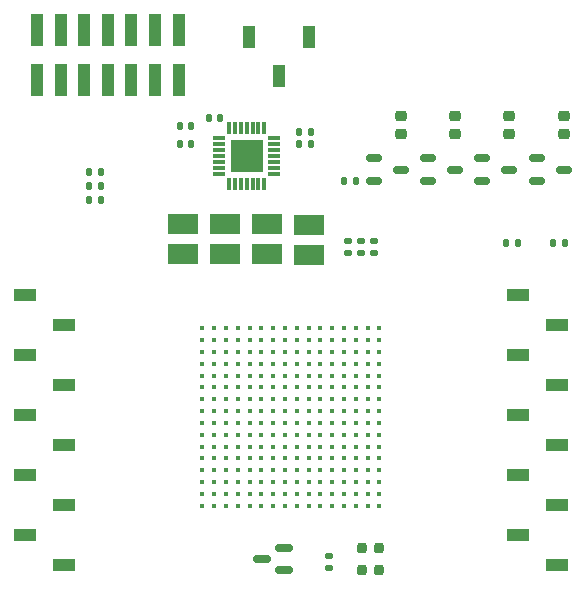
<source format=gbr>
%TF.GenerationSoftware,KiCad,Pcbnew,7.0.10*%
%TF.CreationDate,2024-01-13T18:06:35+01:00*%
%TF.ProjectId,FPGA,46504741-2e6b-4696-9361-645f70636258,rev?*%
%TF.SameCoordinates,Original*%
%TF.FileFunction,Paste,Top*%
%TF.FilePolarity,Positive*%
%FSLAX46Y46*%
G04 Gerber Fmt 4.6, Leading zero omitted, Abs format (unit mm)*
G04 Created by KiCad (PCBNEW 7.0.10) date 2024-01-13 18:06:35*
%MOMM*%
%LPD*%
G01*
G04 APERTURE LIST*
G04 Aperture macros list*
%AMRoundRect*
0 Rectangle with rounded corners*
0 $1 Rounding radius*
0 $2 $3 $4 $5 $6 $7 $8 $9 X,Y pos of 4 corners*
0 Add a 4 corners polygon primitive as box body*
4,1,4,$2,$3,$4,$5,$6,$7,$8,$9,$2,$3,0*
0 Add four circle primitives for the rounded corners*
1,1,$1+$1,$2,$3*
1,1,$1+$1,$4,$5*
1,1,$1+$1,$6,$7*
1,1,$1+$1,$8,$9*
0 Add four rect primitives between the rounded corners*
20,1,$1+$1,$2,$3,$4,$5,0*
20,1,$1+$1,$4,$5,$6,$7,0*
20,1,$1+$1,$6,$7,$8,$9,0*
20,1,$1+$1,$8,$9,$2,$3,0*%
G04 Aperture macros list end*
%ADD10RoundRect,0.135000X0.135000X0.185000X-0.135000X0.185000X-0.135000X-0.185000X0.135000X-0.185000X0*%
%ADD11R,1.900000X1.000000*%
%ADD12RoundRect,0.218750X0.256250X-0.218750X0.256250X0.218750X-0.256250X0.218750X-0.256250X-0.218750X0*%
%ADD13RoundRect,0.135000X-0.185000X0.135000X-0.185000X-0.135000X0.185000X-0.135000X0.185000X0.135000X0*%
%ADD14R,2.600000X1.700000*%
%ADD15RoundRect,0.135000X-0.135000X-0.185000X0.135000X-0.185000X0.135000X0.185000X-0.135000X0.185000X0*%
%ADD16RoundRect,0.150000X-0.512500X-0.150000X0.512500X-0.150000X0.512500X0.150000X-0.512500X0.150000X0*%
%ADD17RoundRect,0.150000X0.587500X0.150000X-0.587500X0.150000X-0.587500X-0.150000X0.587500X-0.150000X0*%
%ADD18C,0.400000*%
%ADD19RoundRect,0.200000X0.200000X0.250000X-0.200000X0.250000X-0.200000X-0.250000X0.200000X-0.250000X0*%
%ADD20R,1.000000X0.300000*%
%ADD21R,0.300000X1.000000*%
%ADD22R,2.800000X2.800000*%
%ADD23R,1.000000X2.750000*%
%ADD24R,1.000000X1.900000*%
%ADD25RoundRect,0.140000X0.170000X-0.140000X0.170000X0.140000X-0.170000X0.140000X-0.170000X-0.140000X0*%
%ADD26RoundRect,0.140000X-0.140000X-0.170000X0.140000X-0.170000X0.140000X0.170000X-0.140000X0.170000X0*%
%ADD27RoundRect,0.140000X0.140000X0.170000X-0.140000X0.170000X-0.140000X-0.170000X0.140000X-0.170000X0*%
G04 APERTURE END LIST*
D10*
%TO.C,R3*%
X84940000Y-89650000D03*
X85960000Y-89650000D03*
%TD*%
D11*
%TO.C,J4*%
X82800000Y-120570000D03*
X79500000Y-118030000D03*
X82800000Y-115490000D03*
X79500000Y-112950000D03*
X82800000Y-110410000D03*
X79500000Y-107870000D03*
X82800000Y-105330000D03*
X79500000Y-102790000D03*
X82800000Y-100250000D03*
X79500000Y-97710000D03*
%TD*%
D12*
%TO.C,D3*%
X115910000Y-82482500D03*
X115910000Y-84057500D03*
%TD*%
D13*
%TO.C,R7*%
X107900000Y-93090000D03*
X107900000Y-94110000D03*
%TD*%
D14*
%TO.C,L4*%
X92850000Y-91700000D03*
X92850000Y-94200000D03*
%TD*%
D12*
%TO.C,D4*%
X125100000Y-84057500D03*
X125100000Y-82482500D03*
%TD*%
D15*
%TO.C,R2*%
X124190000Y-93250000D03*
X125210000Y-93250000D03*
%TD*%
D16*
%TO.C,Q4*%
X125093056Y-87050000D03*
X122818056Y-88000000D03*
X122818056Y-86100000D03*
%TD*%
D14*
%TO.C,L3*%
X96405555Y-91700000D03*
X96405555Y-94200000D03*
%TD*%
D10*
%TO.C,R6*%
X106490000Y-88000000D03*
X107510000Y-88000000D03*
%TD*%
D14*
%TO.C,L1*%
X103516665Y-94250000D03*
X103516665Y-91750000D03*
%TD*%
D12*
%TO.C,D2*%
X111310000Y-82482500D03*
X111310000Y-84057500D03*
%TD*%
D13*
%TO.C,R9*%
X105250000Y-120760000D03*
X105250000Y-119740000D03*
%TD*%
D12*
%TO.C,D1*%
X120500000Y-82482500D03*
X120500000Y-84057500D03*
%TD*%
D13*
%TO.C,R8*%
X109000000Y-94110000D03*
X109000000Y-93090000D03*
%TD*%
D16*
%TO.C,Q1*%
X109038890Y-86100000D03*
X109038890Y-88000000D03*
X111313890Y-87050000D03*
%TD*%
D14*
%TO.C,L2*%
X99961110Y-94200000D03*
X99961110Y-91700000D03*
%TD*%
D16*
%TO.C,Q2*%
X113631945Y-86100000D03*
X113631945Y-88000000D03*
X115906945Y-87050000D03*
%TD*%
D17*
%TO.C,U2*%
X101437500Y-120950000D03*
X101437500Y-119050000D03*
X99562500Y-120000000D03*
%TD*%
D10*
%TO.C,R4*%
X85960000Y-88450000D03*
X84940000Y-88450000D03*
%TD*%
D11*
%TO.C,J3*%
X121200000Y-97710000D03*
X124500000Y-100250000D03*
X121200000Y-102790000D03*
X124500000Y-105330000D03*
X121200000Y-107870000D03*
X124500000Y-110410000D03*
X121200000Y-112950000D03*
X124500000Y-115490000D03*
X121200000Y-118030000D03*
X124500000Y-120570000D03*
%TD*%
D18*
%TO.C,U1*%
X109500000Y-115500000D03*
X108500000Y-115500000D03*
X107500000Y-115500000D03*
X106500000Y-115500000D03*
X105500000Y-115500000D03*
X104500000Y-115500000D03*
X103500000Y-115500000D03*
X102500000Y-115500000D03*
X101500000Y-115500000D03*
X100500000Y-115500000D03*
X99500000Y-115500000D03*
X98500000Y-115500000D03*
X97500000Y-115500000D03*
X96500000Y-115500000D03*
X95500000Y-115500000D03*
X94500000Y-115500000D03*
X109500000Y-114500000D03*
X108500000Y-114500000D03*
X107500000Y-114500000D03*
X106500000Y-114500000D03*
X105500000Y-114500000D03*
X104500000Y-114500000D03*
X103500000Y-114500000D03*
X102500000Y-114500000D03*
X101500000Y-114500000D03*
X100500000Y-114500000D03*
X99500000Y-114500000D03*
X98500000Y-114500000D03*
X97500000Y-114500000D03*
X96500000Y-114500000D03*
X95500000Y-114500000D03*
X94500000Y-114500000D03*
X109500000Y-113500000D03*
X108500000Y-113500000D03*
X107500000Y-113500000D03*
X106500000Y-113500000D03*
X105500000Y-113500000D03*
X104500000Y-113500000D03*
X103500000Y-113500000D03*
X102500000Y-113500000D03*
X101500000Y-113500000D03*
X100500000Y-113500000D03*
X99500000Y-113500000D03*
X98500000Y-113500000D03*
X97500000Y-113500000D03*
X96500000Y-113500000D03*
X95500000Y-113500000D03*
X94500000Y-113500000D03*
X109500000Y-112500000D03*
X108500000Y-112500000D03*
X107500000Y-112500000D03*
X106500000Y-112500000D03*
X105500000Y-112500000D03*
X104500000Y-112500000D03*
X103500000Y-112500000D03*
X102500000Y-112500000D03*
X101500000Y-112500000D03*
X100500000Y-112500000D03*
X99500000Y-112500000D03*
X98500000Y-112500000D03*
X97500000Y-112500000D03*
X96500000Y-112500000D03*
X95500000Y-112500000D03*
X94500000Y-112500000D03*
X109500000Y-111500000D03*
X108500000Y-111500000D03*
X107500000Y-111500000D03*
X106500000Y-111500000D03*
X105500000Y-111500000D03*
X104500000Y-111500000D03*
X103500000Y-111500000D03*
X102500000Y-111500000D03*
X101500000Y-111500000D03*
X100500000Y-111500000D03*
X99500000Y-111500000D03*
X98500000Y-111500000D03*
X97500000Y-111500000D03*
X96500000Y-111500000D03*
X95500000Y-111500000D03*
X94500000Y-111500000D03*
X109500000Y-110500000D03*
X108500000Y-110500000D03*
X107500000Y-110500000D03*
X106500000Y-110500000D03*
X105500000Y-110500000D03*
X104500000Y-110500000D03*
X103500000Y-110500000D03*
X102500000Y-110500000D03*
X101500000Y-110500000D03*
X100500000Y-110500000D03*
X99500000Y-110500000D03*
X98500000Y-110500000D03*
X97500000Y-110500000D03*
X96500000Y-110500000D03*
X95500000Y-110500000D03*
X94500000Y-110500000D03*
X109500000Y-109500000D03*
X108500000Y-109500000D03*
X107500000Y-109500000D03*
X106500000Y-109500000D03*
X105500000Y-109500000D03*
X104500000Y-109500000D03*
X103500000Y-109500000D03*
X102500000Y-109500000D03*
X101500000Y-109500000D03*
X100500000Y-109500000D03*
X99500000Y-109500000D03*
X98500000Y-109500000D03*
X97500000Y-109500000D03*
X96500000Y-109500000D03*
X95500000Y-109500000D03*
X94500000Y-109500000D03*
X109500000Y-108500000D03*
X108500000Y-108500000D03*
X107500000Y-108500000D03*
X106500000Y-108500000D03*
X105500000Y-108500000D03*
X104500000Y-108500000D03*
X103500000Y-108500000D03*
X102500000Y-108500000D03*
X101500000Y-108500000D03*
X100500000Y-108500000D03*
X99500000Y-108500000D03*
X98500000Y-108500000D03*
X97500000Y-108500000D03*
X96500000Y-108500000D03*
X95500000Y-108500000D03*
X94500000Y-108500000D03*
X109500000Y-107500000D03*
X108500000Y-107500000D03*
X107500000Y-107500000D03*
X106500000Y-107500000D03*
X105500000Y-107500000D03*
X104500000Y-107500000D03*
X103500000Y-107500000D03*
X102500000Y-107500000D03*
X101500000Y-107500000D03*
X100500000Y-107500000D03*
X99500000Y-107500000D03*
X98500000Y-107500000D03*
X97500000Y-107500000D03*
X96500000Y-107500000D03*
X95500000Y-107500000D03*
X94500000Y-107500000D03*
X109500000Y-106500000D03*
X108500000Y-106500000D03*
X107500000Y-106500000D03*
X106500000Y-106500000D03*
X105500000Y-106500000D03*
X104500000Y-106500000D03*
X103500000Y-106500000D03*
X102500000Y-106500000D03*
X101500000Y-106500000D03*
X100500000Y-106500000D03*
X99500000Y-106500000D03*
X98500000Y-106500000D03*
X97500000Y-106500000D03*
X96500000Y-106500000D03*
X95500000Y-106500000D03*
X94500000Y-106500000D03*
X109500000Y-105500000D03*
X108500000Y-105500000D03*
X107500000Y-105500000D03*
X106500000Y-105500000D03*
X105500000Y-105500000D03*
X104500000Y-105500000D03*
X103500000Y-105500000D03*
X102500000Y-105500000D03*
X101500000Y-105500000D03*
X100500000Y-105500000D03*
X99500000Y-105500000D03*
X98500000Y-105500000D03*
X97500000Y-105500000D03*
X96500000Y-105500000D03*
X95500000Y-105500000D03*
X94500000Y-105500000D03*
X109500000Y-104500000D03*
X108500000Y-104500000D03*
X107500000Y-104500000D03*
X106500000Y-104500000D03*
X105500000Y-104500000D03*
X104500000Y-104500000D03*
X103500000Y-104500000D03*
X102500000Y-104500000D03*
X101500000Y-104500000D03*
X100500000Y-104500000D03*
X99500000Y-104500000D03*
X98500000Y-104500000D03*
X97500000Y-104500000D03*
X96500000Y-104500000D03*
X95500000Y-104500000D03*
X94500000Y-104500000D03*
X109500000Y-103500000D03*
X108500000Y-103500000D03*
X107500000Y-103500000D03*
X106500000Y-103500000D03*
X105500000Y-103500000D03*
X104500000Y-103500000D03*
X103500000Y-103500000D03*
X102500000Y-103500000D03*
X101500000Y-103500000D03*
X100500000Y-103500000D03*
X99500000Y-103500000D03*
X98500000Y-103500000D03*
X97500000Y-103500000D03*
X96500000Y-103500000D03*
X95500000Y-103500000D03*
X94500000Y-103500000D03*
X109500000Y-102500000D03*
X108500000Y-102500000D03*
X107500000Y-102500000D03*
X106500000Y-102500000D03*
X105500000Y-102500000D03*
X104500000Y-102500000D03*
X103500000Y-102500000D03*
X102500000Y-102500000D03*
X101500000Y-102500000D03*
X100500000Y-102500000D03*
X99500000Y-102500000D03*
X98500000Y-102500000D03*
X97500000Y-102500000D03*
X96500000Y-102500000D03*
X95500000Y-102500000D03*
X94500000Y-102500000D03*
X109500000Y-101500000D03*
X108500000Y-101500000D03*
X107500000Y-101500000D03*
X106500000Y-101500000D03*
X105500000Y-101500000D03*
X104500000Y-101500000D03*
X103500000Y-101500000D03*
X102500000Y-101500000D03*
X101500000Y-101500000D03*
X100500000Y-101500000D03*
X99500000Y-101500000D03*
X98500000Y-101500000D03*
X97500000Y-101500000D03*
X96500000Y-101500000D03*
X95500000Y-101500000D03*
X94500000Y-101500000D03*
X109500000Y-100500000D03*
X108500000Y-100500000D03*
X107500000Y-100500000D03*
X106500000Y-100500000D03*
X105500000Y-100500000D03*
X104500000Y-100500000D03*
X103500000Y-100500000D03*
X102500000Y-100500000D03*
X101500000Y-100500000D03*
X100500000Y-100500000D03*
X99500000Y-100500000D03*
X98500000Y-100500000D03*
X97500000Y-100500000D03*
X96500000Y-100500000D03*
X95500000Y-100500000D03*
X94500000Y-100500000D03*
%TD*%
D19*
%TO.C,X1*%
X109450000Y-120925000D03*
X109450000Y-119075000D03*
X108000000Y-119075000D03*
X108000000Y-120925000D03*
%TD*%
D15*
%TO.C,R1*%
X121220000Y-93250000D03*
X120200000Y-93250000D03*
%TD*%
D20*
%TO.C,IC1*%
X95900000Y-84400000D03*
X95900000Y-84900000D03*
X95900000Y-85400000D03*
X95900000Y-85900000D03*
X95900000Y-86400000D03*
X95900000Y-86900000D03*
X95900000Y-87400000D03*
D21*
X96750000Y-88250000D03*
X97250000Y-88250000D03*
X97750000Y-88250000D03*
X98250000Y-88250000D03*
X98750000Y-88250000D03*
X99250000Y-88250000D03*
X99750000Y-88250000D03*
D20*
X100600000Y-87400000D03*
X100600000Y-86900000D03*
X100600000Y-86400000D03*
X100600000Y-85900000D03*
X100600000Y-85400000D03*
X100600000Y-84900000D03*
X100600000Y-84400000D03*
D21*
X99750000Y-83550000D03*
X99250000Y-83550000D03*
X98750000Y-83550000D03*
X98250000Y-83550000D03*
X97750000Y-83550000D03*
X97250000Y-83550000D03*
X96750000Y-83550000D03*
D22*
X98250000Y-85900000D03*
%TD*%
D23*
%TO.C,J1*%
X92500000Y-75250000D03*
X92500000Y-79500000D03*
X90500000Y-75250000D03*
X90500000Y-79500000D03*
X88500000Y-75250000D03*
X88500000Y-79500000D03*
X86500000Y-75250000D03*
X86500000Y-79500000D03*
X84500000Y-75250000D03*
X84500000Y-79500000D03*
X82500000Y-75250000D03*
X82500000Y-79500000D03*
X80500000Y-75250000D03*
X80500000Y-79500000D03*
%TD*%
D24*
%TO.C,J10*%
X98460000Y-75850000D03*
X101000000Y-79150000D03*
X103540000Y-75850000D03*
%TD*%
D10*
%TO.C,R5*%
X85960000Y-87250000D03*
X84940000Y-87250000D03*
%TD*%
D16*
%TO.C,Q3*%
X118162500Y-86100000D03*
X118162500Y-88000000D03*
X120437500Y-87050000D03*
%TD*%
D25*
%TO.C,C44*%
X106800000Y-94080000D03*
X106800000Y-93120000D03*
%TD*%
D26*
%TO.C,C41*%
X102700000Y-83850000D03*
X103660000Y-83850000D03*
%TD*%
%TO.C,C39*%
X102720000Y-84900000D03*
X103680000Y-84900000D03*
%TD*%
D27*
%TO.C,C40*%
X93560000Y-83350000D03*
X92600000Y-83350000D03*
%TD*%
%TO.C,C43*%
X93550000Y-84900000D03*
X92590000Y-84900000D03*
%TD*%
%TO.C,C42*%
X96030000Y-82650000D03*
X95070000Y-82650000D03*
%TD*%
M02*

</source>
